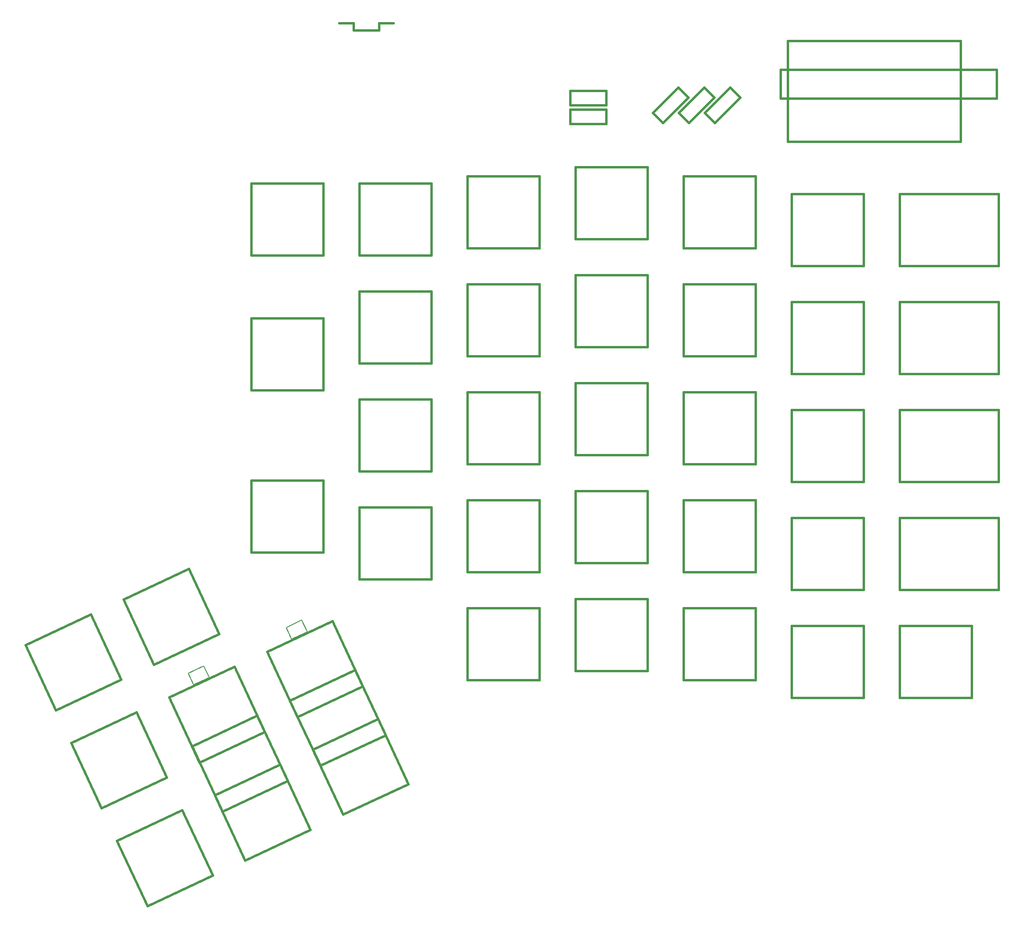
<source format=gbr>
G04 #@! TF.GenerationSoftware,KiCad,Pcbnew,5.1.5+dfsg1-2build2*
G04 #@! TF.CreationDate,2020-10-24T22:39:24+03:00*
G04 #@! TF.ProjectId,ErgoDOX,4572676f-444f-4582-9e6b-696361645f70,rev?*
G04 #@! TF.SameCoordinates,Original*
G04 #@! TF.FileFunction,Other,Comment*
%FSLAX46Y46*%
G04 Gerber Fmt 4.6, Leading zero omitted, Abs format (unit mm)*
G04 Created by KiCad (PCBNEW 5.1.5+dfsg1-2build2) date 2020-10-24 22:39:24*
%MOMM*%
%LPD*%
G04 APERTURE LIST*
%ADD10C,0.381000*%
%ADD11C,0.203200*%
G04 APERTURE END LIST*
D10*
X191135000Y-33655000D02*
X160655000Y-33655000D01*
X191135000Y-51435000D02*
X191135000Y-33655000D01*
X160655000Y-51435000D02*
X191135000Y-51435000D01*
X160655000Y-33655000D02*
X160655000Y-51435000D01*
X159385000Y-43815000D02*
X197485000Y-43815000D01*
X197485000Y-43815000D02*
X197485000Y-38735000D01*
X197485000Y-38735000D02*
X159385000Y-38735000D01*
X159385000Y-38735000D02*
X159385000Y-43815000D01*
D11*
X54930134Y-145185720D02*
X57692560Y-143897580D01*
X57692560Y-143897580D02*
X58658666Y-145969400D01*
X58658666Y-145969400D02*
X55896240Y-147257540D01*
X55896240Y-147257540D02*
X54930134Y-145185720D01*
X72194514Y-137133920D02*
X74956940Y-135845780D01*
X74956940Y-135845780D02*
X75923046Y-137917600D01*
X75923046Y-137917600D02*
X73160620Y-139205740D01*
X73160620Y-139205740D02*
X72194514Y-137133920D01*
D10*
X68840820Y-141360592D02*
X80350928Y-135993340D01*
X80350928Y-135993340D02*
X85718180Y-147503448D01*
X85718180Y-147503448D02*
X74208072Y-152870700D01*
X74208072Y-152870700D02*
X68840820Y-141360592D01*
X51576440Y-149412392D02*
X63086548Y-144045140D01*
X63086548Y-144045140D02*
X68453800Y-155555248D01*
X68453800Y-155555248D02*
X56943692Y-160922500D01*
X56943692Y-160922500D02*
X51576440Y-149412392D01*
X93769980Y-164770368D02*
X82259872Y-170137620D01*
X82259872Y-170137620D02*
X76892620Y-158627512D01*
X76892620Y-158627512D02*
X88402728Y-153260260D01*
X88402728Y-153260260D02*
X93769980Y-164770368D01*
X76503060Y-172819628D02*
X64992952Y-178186880D01*
X64992952Y-178186880D02*
X59625700Y-166676772D01*
X59625700Y-166676772D02*
X71135808Y-161309520D01*
X71135808Y-161309520D02*
X76503060Y-172819628D01*
X152241090Y-43610962D02*
X147750962Y-48101090D01*
X147750962Y-48101090D02*
X145954910Y-46305038D01*
X145954910Y-46305038D02*
X150445038Y-41814910D01*
X150445038Y-41814910D02*
X152241090Y-43610962D01*
X147669090Y-43610962D02*
X143178962Y-48101090D01*
X143178962Y-48101090D02*
X141382910Y-46305038D01*
X141382910Y-46305038D02*
X145873038Y-41814910D01*
X145873038Y-41814910D02*
X147669090Y-43610962D01*
X128587500Y-45720000D02*
X128587500Y-48260000D01*
X122237500Y-45720000D02*
X128587500Y-45720000D01*
X122237500Y-48260000D02*
X122237500Y-45720000D01*
X128587500Y-48260000D02*
X122237500Y-48260000D01*
X128651000Y-44958000D02*
X122301000Y-44958000D01*
X122301000Y-44958000D02*
X122301000Y-42418000D01*
X122301000Y-42418000D02*
X128651000Y-42418000D01*
X128651000Y-42418000D02*
X128651000Y-44958000D01*
X136810910Y-46305038D02*
X141301038Y-41814910D01*
X141301038Y-41814910D02*
X143097090Y-43610962D01*
X143097090Y-43610962D02*
X138606962Y-48101090D01*
X138606962Y-48101090D02*
X136810910Y-46305038D01*
X88557100Y-30480000D02*
X88557100Y-31775400D01*
X88557100Y-31775400D02*
X84061300Y-31775400D01*
X84061300Y-31775400D02*
X84061300Y-30480000D01*
X81508600Y-30480000D02*
X84061300Y-30480000D01*
X88557100Y-30480000D02*
X91109800Y-30480000D01*
X180340000Y-79702660D02*
X197802500Y-79702660D01*
X197802500Y-79702660D02*
X197802500Y-92402660D01*
X197802500Y-92402660D02*
X180340000Y-92402660D01*
X180340000Y-92402660D02*
X180340000Y-79702660D01*
X180340000Y-117802660D02*
X197802500Y-117802660D01*
X197802500Y-117802660D02*
X197802500Y-130502660D01*
X197802500Y-130502660D02*
X180340000Y-130502660D01*
X180340000Y-130502660D02*
X180340000Y-117802660D01*
X180340000Y-60655200D02*
X197802500Y-60655200D01*
X197802500Y-60655200D02*
X197802500Y-73355200D01*
X197802500Y-73355200D02*
X180340000Y-73355200D01*
X180340000Y-73355200D02*
X180340000Y-60655200D01*
X180340000Y-98752660D02*
X197802500Y-98752660D01*
X197802500Y-98752660D02*
X197802500Y-111452660D01*
X197802500Y-111452660D02*
X180340000Y-111452660D01*
X180340000Y-111452660D02*
X180340000Y-98752660D01*
X85090000Y-58750200D02*
X97790000Y-58750200D01*
X97790000Y-58750200D02*
X97790000Y-71450200D01*
X97790000Y-71450200D02*
X85090000Y-71450200D01*
X85090000Y-71450200D02*
X85090000Y-58750200D01*
X142240000Y-76527660D02*
X154940000Y-76527660D01*
X154940000Y-76527660D02*
X154940000Y-89227660D01*
X154940000Y-89227660D02*
X142240000Y-89227660D01*
X142240000Y-89227660D02*
X142240000Y-76527660D01*
X60967052Y-169555960D02*
X55599800Y-158045852D01*
X55599800Y-158045852D02*
X67109908Y-152678600D01*
X67109908Y-152678600D02*
X72477160Y-164188708D01*
X72477160Y-164188708D02*
X60967052Y-169555960D01*
X78231432Y-161504160D02*
X72864180Y-149994052D01*
X72864180Y-149994052D02*
X84374288Y-144626800D01*
X84374288Y-144626800D02*
X89741540Y-156136908D01*
X89741540Y-156136908D02*
X78231432Y-161504160D01*
X104140000Y-133677660D02*
X116840000Y-133677660D01*
X116840000Y-133677660D02*
X116840000Y-146377660D01*
X116840000Y-146377660D02*
X104140000Y-146377660D01*
X104140000Y-146377660D02*
X104140000Y-133677660D01*
X123190000Y-132080000D02*
X135890000Y-132080000D01*
X135890000Y-132080000D02*
X135890000Y-144780000D01*
X135890000Y-144780000D02*
X123190000Y-144780000D01*
X123190000Y-144780000D02*
X123190000Y-132080000D01*
X161290000Y-136852660D02*
X173990000Y-136852660D01*
X173990000Y-136852660D02*
X173990000Y-149552660D01*
X173990000Y-149552660D02*
X161290000Y-149552660D01*
X161290000Y-149552660D02*
X161290000Y-136852660D01*
X85090000Y-115897660D02*
X97790000Y-115897660D01*
X97790000Y-115897660D02*
X97790000Y-128597660D01*
X97790000Y-128597660D02*
X85090000Y-128597660D01*
X85090000Y-128597660D02*
X85090000Y-115897660D01*
X104140000Y-114627660D02*
X116840000Y-114627660D01*
X116840000Y-114627660D02*
X116840000Y-127327660D01*
X116840000Y-127327660D02*
X104140000Y-127327660D01*
X104140000Y-127327660D02*
X104140000Y-114627660D01*
X123190000Y-113030000D02*
X135890000Y-113030000D01*
X135890000Y-113030000D02*
X135890000Y-125730000D01*
X135890000Y-125730000D02*
X123190000Y-125730000D01*
X123190000Y-125730000D02*
X123190000Y-113030000D01*
X142240000Y-114627660D02*
X154940000Y-114627660D01*
X154940000Y-114627660D02*
X154940000Y-127327660D01*
X154940000Y-127327660D02*
X142240000Y-127327660D01*
X142240000Y-127327660D02*
X142240000Y-114627660D01*
X161290000Y-117802660D02*
X173990000Y-117802660D01*
X173990000Y-117802660D02*
X173990000Y-130502660D01*
X173990000Y-130502660D02*
X161290000Y-130502660D01*
X161290000Y-130502660D02*
X161290000Y-117802660D01*
X85090000Y-96847660D02*
X97790000Y-96847660D01*
X97790000Y-96847660D02*
X97790000Y-109547660D01*
X97790000Y-109547660D02*
X85090000Y-109547660D01*
X85090000Y-109547660D02*
X85090000Y-96847660D01*
X104140000Y-95577660D02*
X116840000Y-95577660D01*
X116840000Y-95577660D02*
X116840000Y-108277660D01*
X116840000Y-108277660D02*
X104140000Y-108277660D01*
X104140000Y-108277660D02*
X104140000Y-95577660D01*
X123190000Y-93980000D02*
X135890000Y-93980000D01*
X135890000Y-93980000D02*
X135890000Y-106680000D01*
X135890000Y-106680000D02*
X123190000Y-106680000D01*
X123190000Y-106680000D02*
X123190000Y-93980000D01*
X142240000Y-95577660D02*
X154940000Y-95577660D01*
X154940000Y-95577660D02*
X154940000Y-108277660D01*
X154940000Y-108277660D02*
X142240000Y-108277660D01*
X142240000Y-108277660D02*
X142240000Y-95577660D01*
X104140000Y-76527660D02*
X116840000Y-76527660D01*
X116840000Y-76527660D02*
X116840000Y-89227660D01*
X116840000Y-89227660D02*
X104140000Y-89227660D01*
X104140000Y-89227660D02*
X104140000Y-76527660D01*
X123190000Y-74930000D02*
X135890000Y-74930000D01*
X135890000Y-74930000D02*
X135890000Y-87630000D01*
X135890000Y-87630000D02*
X123190000Y-87630000D01*
X123190000Y-87630000D02*
X123190000Y-74930000D01*
X161290000Y-79702660D02*
X173990000Y-79702660D01*
X173990000Y-79702660D02*
X173990000Y-92402660D01*
X173990000Y-92402660D02*
X161290000Y-92402660D01*
X161290000Y-92402660D02*
X161290000Y-79702660D01*
X142240000Y-133677660D02*
X154940000Y-133677660D01*
X154940000Y-133677660D02*
X154940000Y-146377660D01*
X154940000Y-146377660D02*
X142240000Y-146377660D01*
X142240000Y-146377660D02*
X142240000Y-133677660D01*
X104140000Y-57477660D02*
X116840000Y-57477660D01*
X116840000Y-57477660D02*
X116840000Y-70177660D01*
X116840000Y-70177660D02*
X104140000Y-70177660D01*
X104140000Y-70177660D02*
X104140000Y-57477660D01*
X123190000Y-55880000D02*
X135890000Y-55880000D01*
X135890000Y-55880000D02*
X135890000Y-68580000D01*
X135890000Y-68580000D02*
X123190000Y-68580000D01*
X123190000Y-68580000D02*
X123190000Y-55880000D01*
X142240000Y-57477660D02*
X154940000Y-57477660D01*
X154940000Y-57477660D02*
X154940000Y-70177660D01*
X154940000Y-70177660D02*
X142240000Y-70177660D01*
X142240000Y-70177660D02*
X142240000Y-57477660D01*
X161290000Y-60655200D02*
X173990000Y-60655200D01*
X173990000Y-60655200D02*
X173990000Y-73355200D01*
X173990000Y-73355200D02*
X161290000Y-73355200D01*
X161290000Y-73355200D02*
X161290000Y-60655200D01*
X43524640Y-132148012D02*
X55034748Y-126780760D01*
X55034748Y-126780760D02*
X60402000Y-138290868D01*
X60402000Y-138290868D02*
X48891892Y-143658120D01*
X48891892Y-143658120D02*
X43524640Y-132148012D01*
X26260260Y-140197272D02*
X37770368Y-134830020D01*
X37770368Y-134830020D02*
X43137620Y-146340128D01*
X43137620Y-146340128D02*
X31627512Y-151707380D01*
X31627512Y-151707380D02*
X26260260Y-140197272D01*
X42361320Y-174728572D02*
X53871428Y-169361320D01*
X53871428Y-169361320D02*
X59238680Y-180871428D01*
X59238680Y-180871428D02*
X47728572Y-186238680D01*
X47728572Y-186238680D02*
X42361320Y-174728572D01*
X34309520Y-157461652D02*
X45819628Y-152094400D01*
X45819628Y-152094400D02*
X51186880Y-163604508D01*
X51186880Y-163604508D02*
X39676772Y-168971760D01*
X39676772Y-168971760D02*
X34309520Y-157461652D01*
X85090000Y-77797660D02*
X97790000Y-77797660D01*
X97790000Y-77797660D02*
X97790000Y-90497660D01*
X97790000Y-90497660D02*
X85090000Y-90497660D01*
X85090000Y-90497660D02*
X85090000Y-77797660D01*
X180340000Y-136852660D02*
X193040000Y-136852660D01*
X193040000Y-136852660D02*
X193040000Y-149552660D01*
X193040000Y-149552660D02*
X180340000Y-149552660D01*
X180340000Y-149552660D02*
X180340000Y-136852660D01*
X66040000Y-123835160D02*
X66040000Y-111135160D01*
X66040000Y-111135160D02*
X78740000Y-111135160D01*
X78740000Y-111135160D02*
X78740000Y-123835160D01*
X78740000Y-123835160D02*
X66040000Y-123835160D01*
X66040000Y-95260160D02*
X66040000Y-82560160D01*
X66040000Y-82560160D02*
X78740000Y-82560160D01*
X78740000Y-82560160D02*
X78740000Y-95260160D01*
X78740000Y-95260160D02*
X66040000Y-95260160D01*
X66040000Y-58750200D02*
X78740000Y-58750200D01*
X78740000Y-58750200D02*
X78740000Y-71450200D01*
X78740000Y-71450200D02*
X66040000Y-71450200D01*
X66040000Y-71450200D02*
X66040000Y-58750200D01*
X161290000Y-98752660D02*
X173990000Y-98752660D01*
X173990000Y-98752660D02*
X173990000Y-111452660D01*
X173990000Y-111452660D02*
X161290000Y-111452660D01*
X161290000Y-111452660D02*
X161290000Y-98752660D01*
M02*

</source>
